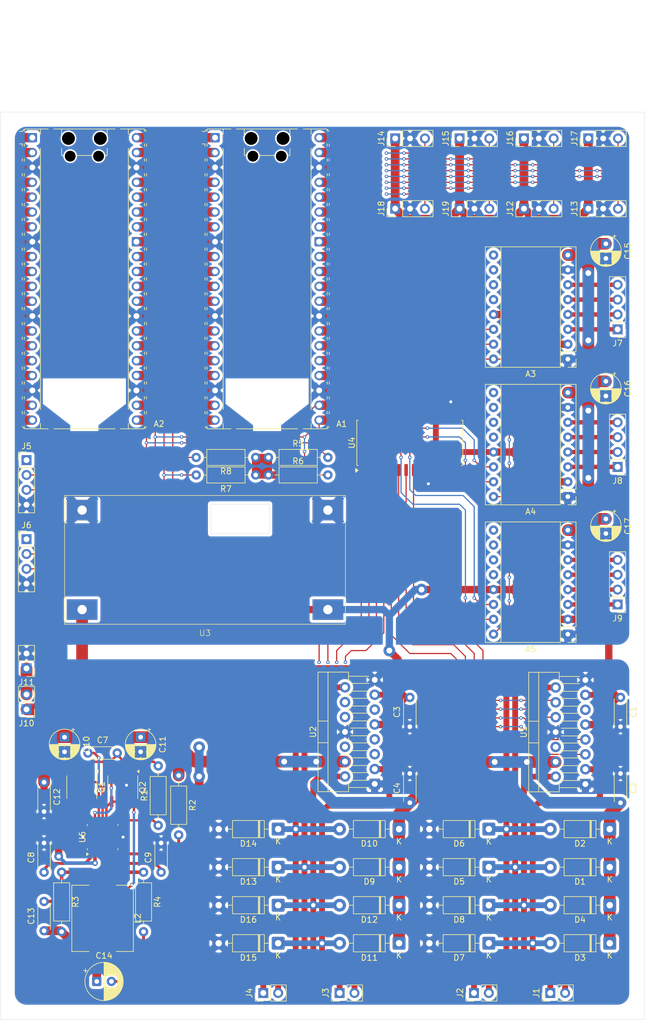
<source format=kicad_pcb>
(kicad_pcb (version 20241229) (generator "pcbnew") (generator_version "9.0")
  (layers (0 "F.Cu" signal) (2 "B.Cu" signal) (13 "F.Paste" user) (15 "B.Paste" user) (5 "F.SilkS" user "F.Silkscreen") (7 "B.SilkS" user "B.Silkscreen") (1 "F.Mask" user) (3 "B.Mask" user) (25 "Edge.Cuts" user))
  (net 0 "")
  (net 3 "I2C 0 SCL")
  (net 4 "Motor 2 Activation Pin")
  (net 5 "GNDPWR")
  (net 7 "Servo 3 PWM")
  (net 8 "Servo 8 PWM")
  (net 10 "Servo 2 PWM")
  (net 13 "+5VL")
  (net 14 "Servo 7 PWM")
  (net 16 "Servo 4 PWM")
  (net 18 "Servo 5 PWM")
  (net 20 "Motor 1 Activation Pin")
  (net 23 "Servo 1 PWM")
  (net 24 "Servo 6 PWM")
  (net 28 "Motor 3 Activation Pin")
  (net 30 "I2C 0 SDA")
  (net 33 "Motor 4 Activation Pin")
  (net 45 "I2C 1 SCL")
  (net 53 "I2C 1 SDA")
  (net 68 "Net-(A3-1A)")
  (net 69 "Net-(A3-1B)")
  (net 70 "Stepper 3 Sleep")
  (net 71 "Net-(A3-2A)")
  (net 72 "Steppers Dir")
  (net 73 "Stepper 3 Step")
  (net 74 "+12V")
  (net 75 "Net-(A3-2B)")
  (net 78 "Net-(A4-1B)")
  (net 80 "Stepper 1 Sleep")
  (net 81 "Net-(A4-2A)")
  (net 82 "Net-(A4-1A)")
  (net 85 "Net-(A4-2B)")
  (net 86 "Stepper 1 Step")
  (net 89 "Stepper 2 Sleep")
  (net 90 "Net-(A5-1B)")
  (net 91 "Net-(A5-1A)")
  (net 92 "Net-(A5-2A)")
  (net 93 "Stepper 2 Step")
  (net 96 "Net-(A5-2B)")
  (net 97 "Net-(U6-SW)")
  (net 98 "Net-(U6-BST)")
  (net 99 "Net-(U6-VCC)")
  (net 100 "Net-(U6-SS)")
  (net 101 "Net-(U6-FB)")
  (net 102 "+5VP")
  (net 103 "Net-(C14-Pad2)")
  (net 104 "Net-(D1-A)")
  (net 105 "Net-(D2-A)")
  (net 106 "Net-(D3-A)")
  (net 107 "Net-(D4-A)")
  (net 108 "Net-(D13-K)")
  (net 109 "Net-(D10-A)")
  (net 110 "Net-(D11-A)")
  (net 111 "Net-(D12-A)")
  (net 112 "Net-(J10-Pin_2)")
  (net 113 "Net-(Q1-G)")
  (net 114 "Net-(Q2-G)")
  (net 115 "Net-(U6-ILIM)")
  (net 116 "Net-(U6-RON)")
  (net 117 "Motor 1 Direction Pin 2")
  (net 118 "Motor 1 Direction Pin 1")
  (net 119 "Motor 2 Direction Pin 2")
  (net 120 "Motor 2 Direction Pin 1")
  (net 121 "Motor 4 Direction Pin 2")
  (net 122 "Motor 3 Direction Pin 1")
  (net 123 "Motor 3 Direction Pin 2")
  (net 124 "Motor 4 Direction Pin 1")
  (footprint "Connector_PinHeader_2.54mm:PinHeader_1x02_P2.54mm_Vertical" (layer "F.Cu") (at 235.5 218 90)
    (property "Reference" "J3")
    (property "Value" "Motor 2 Conn")
  )
  (footprint "Inductor_SMD:L_APV_APH1040" (layer "F.Cu") (at 195 205.25 -90)
    (property "Reference" "L2")
    (property "Value" "1.8uH")
  )
  (footprint "Capacitor_THT:C_Disc_D4.3mm_W1.9mm_P5.00mm" (layer "F.Cu") (at 185 197.3625 90)
    (property "Reference" "C8")
    (property "Value" "2.2uF")
  )
  (footprint "Module:Pololu_Breakout-16_15.2x20.3mm" (layer "F.Cu") (at 274.5 109.7 180)
    (property "Reference" "A3")
    (property "Value" "Pololu_Breakout_A4988")
  )
  (footprint "Package_SO:SOIC-8_3.9x4.9mm_P1.27mm" (layer "F.Cu") (at 198.45 182.8375 -90)
    (property "Reference" "Q2")
    (property "Value" "IRF8714PBF")
  )
  (footprint "Resistor_THT:R_Axial_DIN0207_L6.3mm_D2.5mm_P10.16mm_Horizontal" (layer "F.Cu") (at 208 180.84 -90)
    (property "Reference" "R2")
    (property "Value" "82.5kΩ")
  )
  (footprint "Diode_THT:D_DO-41_SOD81_P10.16mm_Horizontal" (layer "F.Cu") (at 281.66 209.5 180)
    (property "Reference" "D3")
    (property "Value" "1N4007")
  )
  (footprint "Connector_PinHeader_2.54mm:PinHeader_1x03_P2.54mm_Vertical" (layer "F.Cu") (at 267 84 90)
    (property "Reference" "J12")
    (property "Value" "Servo 4 Conn")
  )
  (footprint "Diode_THT:D_DO-41_SOD81_P10.16mm_Horizontal" (layer "F.Cu") (at 261 196.5 180)
    (property "Reference" "D5")
    (property "Value" "1N4007")
  )
  (footprint "Connector_PinHeader_2.54mm:PinHeader_1x04_P2.54mm_Vertical" (layer "F.Cu") (at 283 151.62 180)
    (property "Reference" "J9")
    (property "Value" "Stepper 3 Conn")
  )
  (footprint "Diode_THT:D_DO-41_SOD81_P10.16mm_Horizontal" (layer "F.Cu") (at 225 209.5 180)
    (property "Reference" "D15")
    (property "Value" "1N4007")
  )
  (footprint "Connector_PinHeader_2.54mm:PinHeader_1x04_P2.54mm_Vertical" (layer "F.Cu") (at 182 140.46)
    (property "Reference" "J6")
    (property "Value" "I2C 1 Conn")
  )
  (footprint "Module:RaspberryPi_Pico_Common_Unspecified" (layer "F.Cu") (at 191.89 96)
    (property "Reference" "A2")
    (property "Value" "RaspberryPi_Pico_W")
  )
  (footprint "Connector_PinHeader_2.54mm:PinHeader_1x03_P2.54mm_Vertical" (layer "F.Cu") (at 278 84 90)
    (property "Reference" "J13")
    (property "Value" "Servo 1 Conn")
  )
  (footprint "Capacitor_THT:C_Disc_D4.3mm_W1.9mm_P5.00mm" (layer "F.Cu") (at 185 207.3625 90)
    (property "Reference" "C13")
    (property "Value" "120pF")
  )
  (footprint "Package_SO:HTSSOP-14-1EP_4.4x5mm_P0.65mm_EP3.4x5mm_Mask3x3.1mm" (layer "F.Cu") (at 195 191.3625 90)
    (property "Reference" "U6")
    (property "Value" "LM3150MH")
  )
  (footprint "Module:Pololu_Breakout-16_15.2x20.3mm" (layer "F.Cu") (at 274.5 133.2 180)
    (property "Reference" "A4")
    (property "Value" "Pololu_Breakout_A4988")
  )
  (footprint "Connector_PinHeader_2.54mm:PinHeader_1x03_P2.54mm_Vertical" (layer "F.Cu") (at 245 72 90)
    (property "Reference" "J14")
    (property "Value" "Servo 2 Conn")
  )
  (footprint "Connector_PinHeader_2.54mm:PinHeader_1x02_P2.54mm_Vertical" (layer "F.Cu") (at 258.46 218 90)
    (property "Reference" "J2")
    (property "Value" "Motor 1 Conn")
  )
  (footprint "Connector_PinHeader_2.54mm:PinHeader_1x02_P2.54mm_Vertical" (layer "F.Cu") (at 271.5 218 90)
    (property "Reference" "J1")
    (property "Value" "Motor 0 Conn")
  )
  (footprint "Capacitor_THT:C_Disc_D4.3mm_W1.9mm_P5.00mm" (layer "F.Cu") (at 283.5 180.5 -90)
    (property "Reference" "C2")
    (property "Value" "100nF")
  )
  (footprint "Diode_THT:D_DO-41_SOD81_P10.16mm_Horizontal" (layer "F.Cu") (at 261 203 180)
    (property "Reference" "D8")
    (property "Value" "1N4007")
  )
  (footprint "Capacitor_THT:CP_Radial_D5.0mm_P2.50mm" (layer "F.Cu") (at 281 137 -90)
    (property "Reference" "C17")
    (property "Value" "100uF")
  )
  (footprint "Capacitor_THT:CP_Radial_D5.0mm_P2.50mm" (layer "F.Cu") (at 281 113.5 -90)
    (property "Reference" "C16")
    (property "Value" "100uF")
  )
  (footprint "Diode_THT:D_DO-41_SOD81_P10.16mm_Horizontal" (layer "F.Cu") (at 245.66 203 180)
    (property "Reference" "D12")
    (property "Value" "1N4007")
  )
  (footprint "Diode_THT:D_DO-41_SOD81_P10.16mm_Horizontal" (layer "F.Cu") (at 261 209.5 180)
    (property "Reference" "D7")
    (property "Value" "1N4007")
  )
  (footprint "LM2596S-Module:LM2596S-Module" (layer "F.Cu") (at 212.5 144)
    (property "Reference" "U3")
    (property "Value" "~")
    (fp_rect (start 1 -9.5) (end 11 -4.5) (stroke (width 0.05)) (fill no) (layer "Edge.Cuts"))
  )
  (footprint "Diode_THT:D_DO-41_SOD81_P10.16mm_Horizontal" (layer "F.Cu") (at 281.66 190 180)
    (property "Reference" "D2")
    (property "Value" "1N4007")
  )
  (footprint "Package_SO:SOIC-8_3.9x4.9mm_P1.27mm" (layer "F.Cu") (at 191.45 182.8375 -90)
    (property "Reference" "Q1")
    (property "Value" "IRF8714PBF")
  )
  (footprint "Capacitor_THT:CP_Radial_D5.0mm_P2.50mm" (layer "F.Cu") (at 281 90 -90)
    (property "Reference" "C15")
    (property "Value" "100uF")
  )
  (footprint "Connector_PinHeader_2.54mm:PinHeader_1x03_P2.54mm_Vertical" (layer "F.Cu") (at 245 84 90)
    (property "Reference" "J18")
    (property "Value" "Servo 7 Conn")
  )
  (footprint "Connector_PinHeader_2.54mm:PinHeader_1x03_P2.54mm_Vertical" (layer "F.Cu") (at 267 72 90)
    (property "Reference" "J16")
    (property "Value" "Servo 5 Conn")
  )
  (footprint "Capacitor_THT:CP_Radial_D5.0mm_P2.50mm" (layer "F.Cu") (at 201.5 174.294888 -90)
    (property "Reference" "C11")
    (property "Value" "10uF")
  )
  (footprint "Capacitor_THT:C_Disc_D4.3mm_W1.9mm_P5.00mm" (layer "F.Cu") (at 247.5 172.5 90)
    (property "Reference" "C3")
    (property "Value" "100nF")
  )
  (footprint "Module:RaspberryPi_Pico_Common_Unspecified" (layer "F.Cu") (at 223.11 96)
    (property "Reference" "A1")
    (property "Value" "RaspberryPi_Pico")
  )
  (footprint "Diode_THT:D_DO-41_SOD81_P10.16mm_Horizontal" (layer "F.Cu") (at 245.66 190 180)
    (property "Reference" "D10")
    (property "Value" "1N4007")
  )
  (footprint "Connector_PinHeader_2.54mm:PinHeader_1x03_P2.54mm_Vertical" (layer "F.Cu") (at 256 72 90)
    (property "Reference" "J15")
    (property "Value" "Servo 3 Conn")
  )
  (footprint "Resistor_THT:R_Axial_DIN0207_L6.3mm_D2.5mm_P10.16mm_Horizontal" (layer "F.Cu") (at 223.34 126.5)
    (property "Reference" "R5")
    (property "Value" "4.7kΩ")
  )
  (footprint "Connector_PinHeader_2.54mm:PinHeader_1x02_P2.54mm_Vertical" (layer "F.Cu") (at 182 162.54 180)
    (property "Reference" "J11")
    (property "Value" "BAU")
  )
  (footprint "Diode_THT:D_DO-41_SOD81_P10.16mm_Horizontal" (layer "F.Cu") (at 225 203 180)
    (property "Reference" "D16")
    (property "Value" "1N4007")
  )
  (footprint "Capacitor_THT:C_Disc_D4.3mm_W1.9mm_P5.00mm" (layer "F.Cu") (at 185 182 -90)
    (property "Reference" "C12")
    (property "Value" "100nF")
  )
  (footprint "Capacitor_THT:C_Disc_D4.3mm_W1.9mm_P5.00mm" (layer "F.Cu") (at 283.5 167.5 -90)
    (property "Reference" "C1")
    (property "Value" "100nF")
  )
  (footprint "Package_SO:SOIC-28W_7.5x17.9mm_P1.27mm" (layer "F.Cu") (at 247.5 124 90)
    (property "Reference" "U4")
    (property "Value" "MCP23017_SO")
  )
  (footprint "Diode_THT:D_DO-41_SOD81_P10.16mm_Horizontal" (layer "F.Cu") (at 281.66 203 180)
    (property "Reference" "D4")
    (property "Value" "1N4007")
  )
  (footprint "Module:Pololu_Breakout-16_15.2x20.3mm" (layer "F.Cu") (at 274.5 156.7 180)
    (property "Reference" "A5")
    (property "Value" "Pololu_Breakout_A4988")
  )
  (footprint "Connector_PinHeader_2.54mm:PinHeader_1x03_P2.54mm_Vertical" (layer "F.Cu") (at 278 72 90)
    (property "Reference" "J17")
    (property "Value" "Servo 6 Conn")
  )
  (footprint "Capacitor_THT:C_Disc_D4.3mm_W1.9mm_P5.00mm" (layer "F.Cu") (at 192.5 177)
    (property "Reference" "C7")
    (property "Value" "470nF")
  )
  (footprint "Diode_THT:D_DO-41_SOD81_P10.16mm_Horizontal" (layer "F.Cu") (at 281.66 196.5 180)
    (property "Reference" "D1")
    (property "Value" "1N4007")
  )
  (footprint "Resistor_THT:R_Axial_DIN0207_L6.3mm_D2.5mm_P10.16mm_Horizontal" (layer "F.Cu") (at 223.34 129.5)
    (property "Reference" "R6")
    (property "Value" "4.7kΩ")
  )
  (footprint "Diode_THT:D_DO-41_SOD81_P10.16mm_Horizontal" (layer "F.Cu") (at 245.66 196.5 180)
    (property "Reference" "D9")
    (property "Value" "1N4007")
  )
  (footprint "Resistor_THT:R_Axial_DIN0207_L6.3mm_D2.5mm_P10.16mm_Horizontal" (layer "F.Cu") (at 221.16 129.5 180)
    (property "Reference" "R7")
    (property "Value" "4.7kΩ")
  )
  (footprint "Resistor_THT:R_Axial_DIN0207_L6.3mm_D2.5mm_P10.16mm_Horizontal" (layer "F.Cu") (at 202 197.3625 -90)
    (property "Reference" "R4")
    (property "Value" "10kΩ")
  )
  (footprint "Capacitor_THT:CP_Radial_D6.3mm_P2.50mm" (layer "F.Cu") (at 194 216.0225)
    (property "Reference" "C14")
    (property "Value" "120uF")
  )
  (footprint "Package_TO_SOT_THT:TO-220-15_P2.54x5.08mm_StaggerOdd_Lead4.58mm_Vertical" (layer "F.Cu") (at 277.5 182.31 90)
    (property "Reference" "U1")
    (property "Value" "L298HN")
  )
  (footprint "Capacitor_THT:C_Disc_D4.3mm_W1.9mm_P5.00mm" (layer "F.Cu") (at 247.5 185.5 90)
    (property "Reference" "C4")
    (property "Value" "100nF")
  )
  (footprint "Resistor_THT:R_Axial_DIN0207_L6.3mm_D2.5mm_P10.16mm_Horizontal" (layer "F.Cu") (at 188 197.3625 -90)
    (property "Reference" "R3")
    (property "Value" "73.2kΩ")
  )
  (footprint "Capacitor_THT:C_Disc_D4.3mm_W1.9mm_P5.00mm" (layer "F.Cu") (at 205 197.3625 90)
    (property "Reference" "C9")
    (property "Value" "15nF")
  )
  (footprint "Connector_PinHeader_2.54mm:PinHeader_1x04_P2.54mm_Vertical" (layer "F.Cu") (at 182 126.96)
    (property "Reference" "J5")
    (property "Value" "I2C 0 Conn")
  )
  (footprint "Diode_THT:D_DO-41_SOD81_P10.16mm_Horizontal" (layer "F.Cu") (at 245.66 209.5 180)
    (property "Reference" "D11")
    (property "Value" "1N4007")
  )
  (footprint "Resistor_THT:R_Axial_DIN0207_L6.3mm_D2.5mm_P10.16mm_Horizontal" (layer "F.Cu") (at 221.16 126.5 180)
    (property "Reference" "R8")
    (property "Value" "4.7kΩ")
  )
  (footprint "Connector_PinHeader_2.54mm:PinHeader_1x03_P2.54mm_Vertical" (layer "F.Cu") (at 256 84 90)
    (property "Reference" "J19")
    (property "Value" "Servo 8 Conn")
  )
  (footprint "Package_TO_SOT_THT:TO-220-15_P2.54x5.08mm_StaggerOdd_Lead4.58mm_Vertical" (layer "F.Cu") (at 241.5 182.28 90)
    (property "Reference" "U2")
    (property "Value" "L298HN")
  )
  (footprint "Diode_THT:D_DO-41_SOD81_P10.16mm_Horizontal" (layer "F.Cu") (at 261 190 180)
    (property "Reference" "D6")
    (property "Value" "1N4007")
  )
  (footprint "Connector_PinHeader_2.54mm:PinHeader_1x04_P2.54mm_Vertical" (layer "F.Cu") (at 283 128.12 180)
    (property "Reference" "J8")
    (property "Value" "Stepper 2 Conn")
  )
  (footprint "Diode_THT:D_DO-41_SOD81_P10.16mm_Horizontal" (layer "F.Cu") (at 225 190 180)
    (property "Reference" "D14")
    (property "Value" "1N4007")
  )
  (footprint "Connector_PinHeader_2.54mm:PinHeader_1x02_P2.54mm_Vertical" (layer "F.Cu") (at 222.46 218 90)
    (property "Reference" "J4")
    (property "Value" "Motor 3 Conn")
  )
  (footprint "Connector_PinHeader_2.54mm:PinHeader_1x04_P2.54mm_Vertical" (layer "F.Cu") (at 283 104.62 180)
    (property "Reference" "J7")
    (property "Value" "Stepper 1 Conn")
  )
  (footprint "Capacitor_THT:CP_Radial_D5.0mm_P2.50mm" (layer "F.Cu") (at 188.5 174.294888 -90)
    (property "Reference" "C10")
    (property "Value" "10uF")
  )
  (footprint "Diode_THT:D_DO-41_SOD81_P10.16mm_Horizontal" (layer "F.Cu") (at 225 196.5 180)
    (property "Reference" "D13")
    (property "Value" "1N4007")
  )
  (footprint "Resistor_THT:R_Axial_DIN0207_L6.3mm_D2.5mm_P10.16mm_Horizontal" (layer "F.Cu") (at 204.5 189.3625 90)
    (property "Reference" "R1")
    (property "Value" "665Ω")
  )
  (footprint "Connector_PinHeader_2.54mm:PinHeader_1x02_P2.54mm_Vertical" (layer "F.Cu") (at 182 169.54 180)
    (property "Reference" "J10")
    (property "Value" "12V Battery")
  )
  (gr_rect (start 177.58 67.5) (end 287.58 222.5) (stroke (width 0.05)) (fill no) (layer "Edge.Cuts"))
  (segment (start 204 131) (end 202.96 132.04) (width 0.2) (layer "F.Cu") (net 3))
  (segment (start 253.215 128.65) (end 253.215 126.58) (width 0.2) (layer "F.Cu") (net 3))
  (segment (start 231.41 117.59) (end 232 117.59) (width 0.2) (layer "F.Cu") (net 3))
  (segment (start 230.5 122) (end 229.5 123) (width 0.2) (layer "F.Cu") (net 3))
  (segment (start 230.5 122) (end 230.5 118.5) (width 0.2) (layer "F.Cu") (net 3))
  (segment (start 229.5 125.5) (end 229.5 128.5) (width 0.2) (layer "F.Cu") (net 3))
  (segment (start 230.5 118.5) (end 231.41 117.59) (width 0.2) (layer "F.Cu") (net 3))
  (segment (start 202.96 132.04) (end 182 132.04) (width 0.2) (layer "F.Cu") (net 3))
  (segment (start 229.5 123) (end 208.5 123) (width 0.2) (layer "F.Cu") (net 3))
  (segment (start 229.5 128.5) (end 230.5 129.5) (width 0.2) (layer "F.Cu") (net 3))
  (segment (start 204 123) (end 204 131) (width 0.2) (layer "F.Cu") (net 3))
  (segment (start 204 123) (end 204 119) (width 0.2) (layer "F.Cu") (net 3))
  (segment (start 204 119) (end 202.59 117.59) (width 0.2) (layer "F.Cu") (net 3))
  (segment (start 230.5 129.5) (end 233.5 129.5) (width 0.2) (layer "F.Cu") (net 3))
  (segment (start 202.59 117.59) (end 200.78 117.59) (width 0.2) (layer "F.Cu") (net 3))
  (via (at 208.5 123) (size 0.6) (drill 0.3) (layers "F.Cu" "B.Cu") (net 3))
  (via (at 204 123) (size 0.6) (drill 0.3) (layers "F.Cu" "B.Cu") (net 3))
  (via (at 229.5 123) (size 0.6) (drill 0.3) (layers "F.Cu" "B.Cu") (net 3))
  (via (at 229.5 125.5) (size 0.6) (drill 0.3) (layers "F.Cu" "B.Cu") (net 3))
  (segment (start 204 123) (end 208.5 123) (width 0.2) (layer "B.Cu") (net 3))
  (segment (start 229.5 125.5) (end 229.5 123) (width 0.2) (layer "B.Cu") (net 3))
  (segment (start 195.65 192.0125) (end 195 191.3625) (width 0.5) (layer "F.Cu") (net 5))
  (segment (start 199.085 180.3625) (end 197.815 180.3625) (width 0.6) (layer "F.Cu") (net 5))
  (segment (start 196.3 190.0625) (end 195 191.3625) (width 0.5) (layer "F.Cu") (net 5))
  (segment (start 195 191.3625) (end 194.3625 191.3625) (width 0.5) (layer "F.Cu") (net 5))
  (segment (start 193.05 190.05) (end 193.05 188.5) (width 0.6) (layer "F.Cu") (net 5))
  (segment (start 254.485 117.015) (end 254.5 117) (width 0.6) (layer "F.Cu") (net 5))
  (segment (start 195 191.3625) (end 191.6375 191.3625) (width 0.6) (layer "F.Cu") (net 5))
  (segment (start 196.3 188.5) (end 196.3 190.0625) (width 0.6) (layer "F.Cu") (net 5))
  (segment (start 200.355 180.3625) (end 199.085 180.3625) (width 0.6) (layer "F.Cu") (net 5))
  (segment (start 250.675 128.65) (end 250.675 131) (width 1) (layer "F.Cu") (net 5))
  (segment (start 195.65 194.225) (end 195.65 192.0125) (width 0.6) (layer "F.Cu") (net 5))
  (segment (start 254.485 119.35) (end 253.215 119.35) (width 0.6) (layer "F.Cu") (net 5))
  (segment (start 255.755 119.35) (end 254.485 119.35) (width 0.6) (layer "F.Cu") (net 5))
  (segment (start 195 191.3625) (end 198.5 191.3625) (width 0.6) (layer "F.Cu") (net 5))
  (segment (start 194.3625 191.3625) (end 193.05 190.05) (width 0.5) (layer "F.Cu") (net 5))
  (segment (start 254.485 119.35) (end 254.485 117.015) (width 0.6) (layer "F.Cu") (net 5))
  (segment (start 199.085 182.5) (end 199.085 180.3625) (width 0.6) (layer "F.Cu") (net 5))
  (via (at 198.5 191.3625) (size 1) (drill 0.5) (layers "F.Cu" "B.Cu") (net 5))
  (via (at 191.6375 191.3625) (size 1) (drill 0.5) (layers "F.Cu" "B.Cu") (net 5))
  (via (at 199.085 182.5) (size 1) (drill 0.5) (layers "F.Cu" "B.Cu") (net 5))
  (via (at 254.5 117) (size 1) (drill 0.5) (layers "F.Cu" "B.Cu") (net 5))
  (via (at 250.675 131) (size 1) (drill 0.5) (layers "F.Cu" "B.Cu") (net 5))
  (segment (start 260.08 75.5) (end 257.5 75.5) (width 0.2) (layer "F.Cu") (net 7))
  (segment (start 261.08 72) (end 261.08 74.5) (width 0.2) (layer "F.Cu") (net 7))
  (segment (start 261.08 74.5) (end 260.08 75.5) (width 0.2) (layer "F.Cu") (net 7))
  (segment (start 254.5 75.5) (end 246.5 75.5) (width 0.2) (layer "F.Cu") (net 7))
  (via (at 254.5 75.5) (size 0.6) (drill 0.3) (layers "F.Cu" "B.Cu") (net 7))
  (via (at 243.5 75.5) (size 0.6) (drill 0.3) (layers "F.Cu" "B.Cu") (net 7))
  (via (at 257.5 75.5) (size 0.6) (drill 0.3) (layers "F.Cu" "B.Cu") (net 7))
  (via (at 246.5 75.5) (size 0.6) (drill 0.3) (layers "F.Cu" "B.Cu") (net 7))
  (segment (start 246.5 75.5) (end 243.5 75.5) (width 0.2) (layer "B.Cu") (net 7))
  (segment (start 257.5 75.5) (end 254.5 75.5) (width 0.2) (layer "B.Cu") (net 7))
  (segment (start 260.08 80.5) (end 257.5 80.5) (width 0.2) (layer "F.Cu") (net 8))
  (segment (start 261.08 84) (end 261.08 81.5) (width 0.2) (layer "F.Cu") (net 8))
  (segment (start 261.08 81.5) (end 260.08 80.5) (width 0.2) (layer "F.Cu") (net 8))
  (segment (start 254.5 80.5) (end 246.5 80.5) (width 0.2) (layer "F.Cu") (net 8))
  (via (at 246.5 80.5) (size 0.6) (drill 0.3) (layers "F.Cu" "B.Cu") (net 8))
  (via (at 257.5 80.5) (size 0.6) (drill 0.3) (layers "F.Cu" "B.Cu") (net 8))
  (via (at 243.5 80.5) (size 0.6) (drill 0.3) (layers "F.Cu" "B.Cu") (net 8))
  (via (at 254.5 80.5) (size 0.6) (drill 0.3) (layers "F.Cu" "B.Cu") (net 8))
  (segment (start 257.5 80.5) (end 254.5 80.5) (width 0.2) (layer "B.Cu") (net 8))
  (segment (start 246.5 80.5) (end 243.5 80.5) (width 0.2) (layer "B.Cu") (net 8))
  (segment (start 250.08 72) (end 250.08 73.5) (width 0.2) (layer "F.Cu") (net 10))
  (segment (start 250.08 73.5) (end 249.08 74.5) (width 0.2) (layer "F.Cu") (net 10))
  (segment (start 249.08 74.5) (end 246.5 74.5) (width 0.2) (layer "F.Cu") (net 10))
  (via (at 243.5 74.5) (size 0.6) (drill 0.3) (layers "F.Cu" "B.Cu") (net 10))
  (via (at 246.5 74.5) (size 0.6) (drill 0.3) (layers "F.Cu" "B.Cu") (net 10))
  (segment (start 246.5 74.5) (end 243.5 74.5) (width 0.2) (layer "B.Cu") (net 10))
  (segment (start 221.16 126.5) (end 223.34 126.5) (width 1.25) (layer "F.Cu") (net 13))
  (segment (start 227 130.5) (end 227 151.5) (width 1.25) (layer "F.Cu") (net 13))
  (segment (start 245.5 166.28) (end 246.72 167.5) (width 1.25) (layer "F.Cu") (net 13))
  (segment (start 221.16 127.32) (end 223.34 129.5) (width 1.25) (layer "F.Cu") (net 13))
  (segment (start 265.08 149.08) (end 270.16 144) (width 1.25) (layer "F.Cu") (net 13))
  (segment (start 274.5 130.66) (end 270.16 130.66) (width 1.25) (layer "F.Cu") (net 13))
  (segment (start 245.5 171) (end 244.38 172.12) (width 1.25) (layer "F.Cu") (net 13))
  (segment (start 270.16 154.16) (end 265.08 149.08) (width 1.25) (layer "F.Cu") (net 13))
  (segment (start 244.38 172.12) (end 241.5 172.12) (width 1.25) (layer "F.Cu") (net 13))
  (segment (start 280.2 172.15) (end 281.5 170.85) (width 1.25) (layer "F.Cu") (net 13))
  (segment (start 227 151.5) (end 228 152.5) (width 1.25) (layer "F.Cu") (net 13))
  (segment (start 251.945 119.35) (end 251.945 125.58) (width 1) (layer "F.Cu") (net 13))
  (segment (start 261.8 102.08) (end 265.08 102.08) (width 1.25) (layer "F.Cu") (net 13))
  (segment (start 221.16 129.5) (end 221.16 128.68) (width 1.25) (layer "F.Cu") (net 13))
  (segment (start 250.515 125.58) (end 249.405 126.69) (width 1) (layer "F.Cu") (net 13))
  (segment (start 283 167.5) (end 283.5 167.5) (width 1.25) (layer "F.Cu") (net 13))
  (segment (start 270.16 120.5) (end 265.08 125.58) (width 1.25) (layer "F.Cu") (net 13))
  (segment (start 270.16 130.66) (end 265.08 125.58) (width 1.25) (layer "F.Cu") (net 13))
  (segment (start 252 125.58) (end 250.515 125.58) (width 1) (layer "F.Cu") (net 13))
  (segment (start 265.08 149.08) (end 261.8 149.08) (width 1.25) (layer "F.Cu") (net 13))
  (segment (start 274.5 154.16) (end 280.16 154.16) (width 1.25) (layer "F.Cu") (net 13))
  (segment (start 245.5 168.72) (end 245.5 171) (width 1.25) (layer "F.Cu") (net 13))
  (segment (start 245.5 161) (end 245.5 166.28) (width 1.25) (layer "F.Cu") (net 13))
  (segment (start 226 129.5) (end 227 130.5) (width 1.25) (layer "F.Cu") (net 13))
  (segment (start 277.34 172.15) (end 280.2 172.15) (width 1.25) (layer "F.Cu") (net 13))
  (segment (start 270.16 130.66) (end 270.16 144) (width 1.25) (layer "F.Cu") (net 13))
  (segment (start 221.16 129.5) (end 223.34 129.5) (width 1.25) (layer "F.Cu") (net 13))
  (segment (start 221.16 126.5) (end 221.16 127.32) (width 1.25) (layer "F.Cu") (net 13))
  (segment (start 261.8 125.58) (end 252 125.58) (width 1) (layer "F.Cu") (net 13))
  (segment (start 281.5 166) (end 283 167.5) (width 1.25) (layer "F.Cu") (net 13))
  (segment (start 265.08 125.58) (end 261.8 125.58) (width 1.25) (layer "F.Cu") (net 13))
  (segment (start 280.16 154.16) (end 281.5 155.5) (width 1.25) (layer "F.Cu") (net 13))
  (segment (start 246.72 167.5) (end 245.5 168.72) (width 1.25) (layer "F.Cu") (net 13))
  (segment (start 270.16 107.16) (end 270.16 120.5) (width 1.25) (layer "F.Cu") (net 13))
  (segment (start 223.34 129.5) (end 226 129.5) (width 1.25) (layer "F.Cu") (net 13))
  (segment (start 270.16 107.16) (end 274.5 107.16) (width 1.25) (layer "F.Cu") (net 13))
  (segment (start 228 152.5) (end 233.5 152.5) (width 1.25) (layer "F.Cu") (net 13))
  (segment (start 261.8 149.08) (end 249.5 149.08) (width 1.25) (layer "F.Cu") (net 13))
  (segment (start 249.405 126.69) (end 249.405 128.65) (width 1) (layer "F.Cu") (net 13))
  (segment (start 223.34 126.5) (end 223.34 129.5) (width 1.25) (layer "F.Cu") (net 13))
  (segment (start 274.5 154.16) (end 270.16 154.16) (width 1.25) (layer "F.Cu") (net 13))
  (segment (start 281.5 170.85) (end 281.5 169) (width 1.25) (layer "F.Cu") (net 13))
  (segment (start 281.5 155.5) (end 281.5 166) (width 1.25) (layer "F.Cu") (net 13))
  (segment (start 221.16 128.68) (end 223.34 126.5) (width 1.25) (layer "F.Cu") (net 13))
  (segment (start 246.72 167.5) (end 247.5 167.5) (width 1.25) (layer "F.Cu") (net 13))
  (segment (start 221.16 126.5) (end 221.16 129.5) (width 1.25) (layer "F.Cu") (net 13))
  (segment (start 244 159.5) (end 245.5 161) (width 1.25) (layer "F.Cu") (net 13))
  (segment (start 265.08 102.08) (end 270.16 107.16) (width 1.25) (layer "F.Cu") (net 13))
  (segment (start 281.5 169) (end 283 167.5) (width 1.25) (layer "F.Cu") (net 13))
  (via (at 244 159.5) (size 2) (drill 1) (layers "F.Cu" "B.Cu") (net 13))
  (via (at 249.5 149.08) (size 2) (drill 1) (layers "F.Cu" "B.Cu") (net 13))
  (segment (start 244 153.5) (end 248.42 149.08) (width 1.25) (layer "B.Cu") (net 13))
  (segment (start 248.42 149.08) (end 249.5 149.08) (width 1.25) (layer "B.Cu") (net 13))
  (segment (start 243 152.5) (end 233.5 152.5) (width 1.25) (layer "B.Cu") (net 13))
  (segment (start 244 159.5) (end 244 153.5) (width 1.25) (layer "B.Cu") (net 13))
  (segment (start 244 153.5) (end 243 152.5) (width 1.25) (layer "B.Cu") (net 13))
  (segment (start 250.08 82.5) (end 249.08 81.5) (width 0.2) (layer "F.Cu") (net 14))
  (segment (start 250.08 84) (end 250.08 82.5) (width 0.2) (layer "F.Cu") (net 14))
  (segment (start 249.08 81.5) (end 246.5 81.5) (width 0.2) (layer "F.Cu") (net 14))
  (via (at 246.5 81.5) (size 0.6) (drill 0.3) (layers "F.Cu" "B.Cu") (net 14))
  (via (at 243.5 81.5) (size 0.6) (drill 0.3) (layers "F.Cu" "B.Cu") (net 14))
  (segment (start 246.5 81.5) (end 243.5 81.5) (width 0.2) (layer "B.Cu") (net 14))
  (segment (start 271.08 79.5) (end 268.5 79.5) (width 0.2) (layer "F.Cu") (net 16))
  (segment (start 265.5 79.5) (end 257.5 79.5) (width 0.2) (layer "F.Cu") (net 16))
  (segment (start 272.08 80.5) (end 271.08 79.5) (width 0.2) (layer "F.Cu") (net 16))
  (segment (start 254.5 79.5) (end 246.5 79.5) (width 0.2) (layer "F.Cu") (net 16))
  (segment (start 272.08 84) (end 272.08 80.5) (width 0.2) (layer "F.Cu") (net 16))
  (via (at 246.5 79.5) (size 0.6) (drill 0.3) (layers "F.Cu" "B.Cu") (net 16))
  (via (at 257.5 79.5) (size 0.6) (drill 0.3) (layers "F.Cu" "B.Cu") (net 16))
  (via (at 254.5 79.5) (size 0.6) (drill 0.3) (layers "F.Cu" "B.Cu") (net 16))
  (via (at 243.5 79.5) (size 0.6) (drill 0.3) (layers "F.Cu" "B.Cu") (net 16))
  (via (at 265.5 79.5) (size 0.6) (drill 0.3) (layers "F.Cu" "B.Cu") (net 16))
  (via (at 268.5 79.5) (size 0.6) (drill 0.3) (layers "F.Cu" "B.Cu") (net 16))
  (segment (start 246.5 79.5) (end 243.5 79.5) (width 0.2) (layer "B.Cu") (net 16))
  (segment (start 268.5 79.5) (end 265.5 79.5) (width 0.2) (layer "B.Cu") (net 16))
  (segment (start 257.5 79.5) (end 254.5 79.5) (width 0.2) (layer "B.Cu") (net 16))
  (segment (start 265.5 76.5) (end 257.5 76.5) (width 0.2) (layer "F.Cu") (net 18))
  (segment (start 272.08 72) (end 272.08 75.5) (width 0.2) (layer "F.Cu") (net 18))
  (segment (start 271.08 76.5) (end 268.5 76.5) (width 0.2) (layer "F.Cu") (net 18))
  (segment (start 272.08 75.5) (end 271.08 76.5) (width 0.2) (layer "F.Cu") (net 18))
  (segment (start 254.5 76.5) (end 246.5 76.5) (width 0.2) (layer "F.Cu") (net 18))
  (via (at 254.5 76.5) (size 0.6) (drill 0.3) (layers "F.Cu" "B.Cu") (net 18))
  (via (at 268.5 76.5) (size 0.6) (drill 0.3) (layers "F.Cu" "B.Cu") (net 18))
  (via (at 257.5 76.5) (size 0.6) (drill 0.3) (layers "F.Cu" "B.Cu") (net 18))
  (via (at 243.5 76.5) (size 0.6) (drill 0.3) (layers "F.Cu" "B.Cu") (net 18))
  (via (at 265.5 76.5) (size 0.6) (drill 0.3) (layers "F.Cu" "B.Cu") (net 18))
  (via (at 246.5 76.5) (size 0.6) (drill 0.3) (layers "F.Cu" "B.Cu") (net 18))
  (segment (start 246.5 76.5) (end 243.5 76.5) (width 0.2) (layer "B.Cu") (net 18))
  (segment (start 268.5 76.5) (end 265.5 76.5) (width 0.2) (layer "B.Cu") (net 18))
  (segment (start 257.5 76.5) (end 254.5 76.5) (width 0.2) (layer "B.Cu") (net 18))
  (segment (start 282 78.5) (end 279.5 78.5) (width 0.2) (layer "F.Cu") (net 23))
  (segment (start 276.5 78.5) (end 268.5 78.5) (width 0.2) (layer "F.Cu") (net 23))
  (segment (start 265.5 78.5) (end 257.5 78.5) (width 0.2) (layer "F.Cu") (net 23))
  (segment (start 254.5 78.5) (end 246.5 78.5) (width 0.2) (layer "F.Cu") (net 23))
  (segment (start 283.08 79.58) (end 282 78.5) (width 0.2) (layer "F.Cu") (net 23))
  (segment (start 283.08 84) (end 283.08 79.58) (width 0.2) (layer "F.Cu") (net 23))
  (via (at 257.5 78.5) (size 0.6) (drill 0.3) (layers "F.Cu" "B.Cu") (net 23))
  (via (at 254.5 78.5) (size 0.6) (drill 0.3) (layers "F.Cu" "B.Cu") (net 23))
  (via (at 265.5 78.5) (size 0.6) (drill 0.3) (layers "F.Cu" "B.Cu") (net 23))
  (via (at 279.5 78.5) (size 0.6) (drill 0.3) (layers "F.Cu" "B.Cu") (net 23))
  (via (at 276.5 78.5) (size 0.6) (drill 0.3) (layers "F.Cu" "B.Cu") (net 23))
  (via (at 268.5 78.5) (size 0.6) (drill 0.3) (layers "F.Cu" "B.Cu") (net 23))
  (via (at 243.5 78.5) (size 0.6) (drill 0.3) (layers "F.Cu" "B.Cu") (net 23))
  (via (at 246.5 78.5) (size 0.6) (drill 0.3) (layers "F.Cu" "B.Cu") (net 23))
  (segment (start 268.5 78.5) (end 265.5 78.5) (width 0.2) (layer "B.Cu") (net 23))
  (segment (start 246.5 78.5) (end 243.5 78.5) (width 0.2) (layer "B.Cu") (net 23))
  (segment (start 279.5 78.5) (end 276.5 78.5) (width 0.2) (layer "B.Cu") (net 23))
  (segment (start 257.5 78.5) (end 254.5 78.5) (width 0.2) (layer "B.Cu") (net 23))
  (segment (start 283.08 72) (end 283.08 76.5) (width 0.2) (layer "F.Cu") (net 24))
  (segment (start 257.5 77.5) (end 258 77.5) (width 0.2) (layer "F.Cu") (net 24))
  (segment (start 282.08 77.5) (end 279.5 77.5) (width 0.2) (layer "F.Cu") (net 24))
  (segment (start 276.5 77.5) (end 268.5 77.5) (width 0.2) (layer "F.Cu") (net 24))
  (segment (start 265.5 77.5) (end 257.5 77.5) (width 0.2) (layer "F.Cu") (net 24))
  (segment (start 254.5 77.5) (end 246.5 77.5) (width 0.2) (layer "F.Cu") (net 24))
  (segment (start 283.08 76.5) (end 282.08 77.5) (width 0.2) (layer "F.Cu") (net 24))
  (via (at 268.5 77.5) (size 0.6) (drill 0.3) (layers "F.Cu" "B.Cu") (net 24))
  (via (at 276.5 77.5) (size 0.6) (drill 0.3) (layers "F.Cu" "B.Cu") (net 24))
  (via (at 279.5 77.5) (size 0.6) (drill 0.3) (layers "F.Cu" "B.Cu") (net 24))
  (via (at 243.5 77.5) (size 0.6) (drill 0.3) (layers "F.Cu" "B.Cu") (net 24))
  (via (at 257.5 77.5) (size 0.6) (drill 0.3) (layers "F.Cu" "B.Cu") (net 24))
  (via (at 254.5 77.5) (size 0.6) (drill 0.3) (layers "F.Cu" "B.Cu") (net 24))
  (via (at 265.5 77.5) (size 0.6) (drill 0.3) (layers "F.Cu" "B.Cu") (net 24))
  (via (at 246.5 77.5) (size 0.6) (drill 0.3) (layers "F.Cu" "B.Cu") (net 24))
  (segment (start 246.5 77.5) (end 243.5 77.5) (width 0.2) (layer "B.Cu") (net 24))
  (segment (start 257.5 77.5) (end 254.5 77.5) (width 0.2) (layer "B.Cu") (net 24))
  (segment (start 279.5 77.5) (end 276.5 77.5) (width 0.2) (layer "B.Cu") (net 24))
  (segment (start 268.5 77.5) (end 265.5 77.5) (width 0.2) (layer "B.Cu") (net 24))
  (segment (start 202.5 128.5) (end 201.5 129.5) (width 0.2) (layer "F.Cu") (net 30))
  (segment (start 254.485 128.65) (end 254.485 126.58) (width 0.2) (layer "F.Cu") (net 30))
  (segment (start 201.5 129.5) (end 182 129.5) (width 0.2) (layer "F.Cu") (net 30))
  (segment (start 208.5 124) (end 231 124) (width 0.2) (layer "F.Cu") (net 30))
  (segment (start 232 123) (end 232 120.13) (width 0.2) (layer "F.Cu") (net 30))
  (segment (start 233.5 126.5) (end 231 124) (width 0.2) (layer "F.Cu") (net 30))
  (segment (start 202.5 120.13) (end 201.58 120.13) (width 0.2) (layer "F.Cu") (net 30))
  (segment (start 202.5 124) (end 202.5 120.13) (width 0.2) (layer "F.Cu") (net 30))
  (segment (start 231 124) (end 232 123) (width 0.2) (layer "F.Cu") (net 30))
  (segment (start 202.5 124) (end 202.5 128.5) (width 0.2) (layer "F.Cu") (net 30))
  (segment (start 200.5 120.41) (end 200.78 120.13) (width 0.2) (layer "F.Cu") (net 30))
  (via (at 208.5 124) (size 0.6) (drill 0.3) (layers "F.Cu" "B.Cu") (net 30))
  (via (at 202.5 124) (size 0.6) (drill 0.3) (layers "F.Cu" "B.Cu") (net 30))
  (segment (start 202.5 124) (end 208.5 124) (width 0.2) (layer "B.Cu") (net 30))
  (segment (start 207 111) (end 205.97 109.97) (width 0.2) (layer "F.Cu") (net 45))
  (segment (start 205.96 145.54) (end 207 144.5) (width 0.2) (layer "F.Cu") (net 45))
  (segment (start 207 144.5) (end 207 126.5) (width 0.2) (layer "F.Cu") (net 45))
  (segment (start 182 145.54) (end 205.96 145.54) (width 0.2) (layer "F.Cu") (net 45))
  (segment (start 207 126.5) (end 207 111) (width 0.2) (layer "F.Cu") (net 45))
  (segment (start 211 126.5) (end 207 126.5) (width 0.2) (layer "F.Cu") (net 45))
  (segment (start 205.97 109.97) (end 200.78 109.97) (width 0.2) (layer "F.Cu") (net 45))
  (segment (start 204.5 143) (end 205.5 142) (width 0.2) (layer "F.Cu") (net 53))
  (segment (start 205.5 113.5) (end 204.51 112.51) (width 0.2) (layer "F.Cu") (net 53))
  (segment (start 205.5 142) (end 205.5 129.5) (width 0.2) (layer "F.Cu") (net 53))
  (segment (start 204.51 112.51) (end 200.78 112.51) (width 0.2) (layer "F.Cu") (net 53))
  (segment (start 211 129.5) (end 208.5 129.5) (width 0.2) (layer "F.Cu") (net 53))
  (segment (start 182 143) (end 204.5 143) (width 0.2) (layer "F.Cu") (net 53))
  (segment (start 205.5 129.5) (end 205.5 113.5) (width 0.2) (layer "F.Cu") (net 53))
  (via (at 205.5 129.5) (size 0.6) (drill 0.3) (layers "F.Cu" "B.Cu") (net 53))
  (via (at 208.5 129.5) (size 0.6) (drill 0.3) (layers "F.Cu" "B.Cu") (net 53))
  (segment (start 208.5 129.5) (end 205.5 129.5) (width 0.2) (layer "B.Cu") (net 53))
  (segment (start 274.34 102.08) (end 283 102.08) (width 0.75) (layer "F.Cu") (net 68))
  (segment (start 283 104.62) (end 274.34 104.62) (width 0.75) (layer "F.Cu") (net 69))
  (segment (start 244.325 119.35) (end 244.325 122.325) (width 0.2) (layer "F.Cu") (net 70))
  (segment (start 244.325 122.325) (end 247.5 125.5) (width 0.2) (layer "F.Cu") (net 70))
  (segment (start 247.5 125.5) (end 247.5 126.5) (width 0.2) (layer "F.Cu") (net 70))
  (segment (start 259.62 151.62) (end 258.5 150.5) (width 0.2) (layer "F.Cu") (net 70))
  (segment (start 261.8 151.62) (end 259.62 151.62) (width 0.2) (layer "F.Cu") (net 70))
  (via (at 258.5 150.5) (size 0.6) (drill 0.3) (layers "F.Cu" "B.Cu") (net 70))
  (via (at 247.5 126.5) (size 0.6) (drill 0.3) (layers "F.Cu" "B.Cu") (net 70))
  (segment (start 247.5 126.5) (end 247.5 132) (width 0.2) (layer "B.Cu") (net 70))
  (segment (start 247.5 132) (end 248.5 133) (width 0.2) (layer "B.Cu") (net 70))
  (segment (start 256.590096 133) (end 258.5 134.909904) (width 0.2) (layer "B.Cu") (net 70))
  (segment (start 248.5 133) (end 256.590096 133) (width 0.2) (layer "B.Cu") (net 70))
  (segment (start 258.5 134.909904) (end 258.5 150.5) (width 0.2) (layer "B.Cu") (net 70))
  (segment (start 283 99.54) (end 274.34 99.54) (width 0.75) (layer "F.Cu") (net 71))
  (segment (start 263.2 109.7) (end 264.5 111) (width 0.2) (layer "F.Cu") (net 72))
  (segment (start 264.5 134.4) (end 264.5 147) (width 0.2) (layer "F.Cu") (net 72))
  (segment (start 261.8 109.7) (end 263.2 109.7) (width 0.2) (layer "F.Cu") (net 72))
  (segment (start 264.5 132) (end 264.5 127.5) (width 0.2) (layer "F.Cu") (net 72))
  (segment (start 263.3 133.2) (end 264.5 134.4) (width 0.2) (layer "F.Cu") (net 72))
  (segment (start 248.135 119.35) (end 248.135 110.865) (width 0.2) (layer "F.Cu") (net 72))
  (segment (start 248.135 110.865) (end 249.3 109.7) (width 0.2) (layer "F.Cu") (net 72))
  (segment (start 261.8 156.7) (end 264.5 154) (width 0.2) (layer "F.Cu") (net 72))
  (segment (start 264.5 154) (end 264.5 151) (width 0.2) (layer "F.Cu") (net 72))
  (segment (start 261.8 133.2) (end 263.3 133.2) (width 0.2) (layer "F.Cu") (net 72))
  (segment (start 264.5 111) (end 264.5 123.5) (width 0.2) (layer "F.Cu") (net 72))
  (segment (start 263.3 133.2) (end 264.5 132) (width 0.2) (layer "F.Cu") (net 72))
  (segment (start 249.3 109.7) (end 261.8 109.7) (width 0.2) (layer "F.Cu") (net 72))
  (via (at 264.5 147) (size 0.6) (drill 0.3) (layers "F.Cu" "B.Cu") (net 72))
  (via (at 264.5 123.5) (size 0.6) (drill 0.3) (layers "F.Cu" "B.Cu") (net 72))
  (via (at 264.5 127.5) (size 0.6) (drill 0.3) (layers "F.Cu" "B.Cu") (net 72))
  (via (at 264.5 151) (size 0.6) (drill 0.3) (layers "F.Cu" "B.Cu") (net 72))
  (segment (start 264.5 127.5) (end 264.5 123.5) (width 0.2) (layer "B.Cu") (net 72))
  (segment (start 264.5 151) (end 264.5 147) (width 0.2) (layer "B.Cu") (net 72))
  (segment (start 243.055 123) (end 246 125.945) (width 0.2) (layer "F.Cu") (net 73))
  (segment (start 257 153) (end 258.16 154.16) (width 0.2) (layer "F.Cu") (net 73))
  (segment (start 246 125.945) (end 246 126.5) (width 0.2) (layer "F.Cu") (net 73))
  (segment (start 258.16 154.16) (end 261.8 154.16) (width 0.2) (layer "F.Cu") (net 73))
  (segment (start 243.055 119.35) (end 243.055 123) (width 0.2) (layer "F.Cu") (net 73))
  (segment (start 257 150.5) (end 257 153) (width 0.2) (layer "F.Cu") (net 73))
  (via (at 246 126.5) (size 0.6) (drill 0.3) (layers "F.Cu" "B.Cu") (net 73))
  (via (at 257 150.5) (size 0.6) (drill 0.3) (layers "F.Cu" "B.Cu") (net 73))
  (segment (start 256 134.5) (end 257 135.5) (width 0.2) (layer "B.Cu") (net 73))
  (segment (start 248 134.5) (end 256 134.5) (width 0.2) (layer "B.Cu") (net 73))
  (segment (start 246 126.5) (end 246 132.5) (width 0.2) (layer "B.Cu") (net 73))
  (segment (start 246 132.5) (end 248 134.5) (width 0.2) (layer "B.Cu") (net 73))
  (segment (start 257 135.5) (end 257 150.5) (width 0.2) (layer "B.Cu") (net 73))
  (segment (start 281.66 187.34) (end 283.5 185.5) (width 2) (layer "F.Cu") (net 74))
  (segment (start 188.5 169.54) (end 188.5 174.294888) (width 2) (layer "F.Cu") (net 74))
  (segment (start 208 175.705112) (end 208 180.84) (width 2) (layer "F.Cu") (net 74))
  (segment (start 186.205112 174.294888) (end 185 175.5) (width 2) (layer "F.Cu") (net 74))
  (segment (start 276.08 115.42) (end 278 117.34) (width 2) (layer "F.Cu") (net 74))
  (segment (start 281 90) (end 278 90) (width 2) (layer "F.Cu") (net 74))
  (segment (start 247.5 185.5) (end 254.469 178.531) (width 2) (layer "F.Cu") (net 74))
  (segment (start 276.08 91.92) (end 278 93.84) (width 2) (layer "F.Cu") (net 74))
  (segment (start 278 113.5) (end 276.08 115.42) (width 2) (layer "F.Cu") (net 74))
  (segment (start 281.66 203) (end 281.66 196.5) (width 2) (layer "F.Cu") (net 74))
  (segment (start 191.5 166.54) (end 191.5 152.5) (width 2) (layer "F.Cu") (net 74))
  (segment (start 245.66 190) (end 245.66 187.34) (width 2) (layer "F.Cu") (net 74))
  (segment (start 278 137) (end 278 130) (width 2) (layer "F.Cu") (net 74))
  (segment (start 188.5 174.294888) (end 186.205112 174.294888) (width 2) (layer "F.Cu") (net 74))
  (segment (start 245.66 203) (end 245.66 196.5) (width 2) (layer "F.Cu") (net 74))
  (segment (start 185 175.5) (end 185 182) (width 2) (layer "F.Cu") (net 74))
  (segment (start 193.7 194.225) (end 193.7 195.8) (width 0.6) (layer "F.Cu") (net 74))
  (segment (start 267.5 178.531) (end 272.42 178.531) (width 2) (layer "F.Cu") (net 74))
  (segment (start 281.66 190) (end 281.66 187.34) (width 2) (layer "F.Cu") (net 74))
  (segment (start 281.66 196.5) (end 281.66 190) (width 2) (layer "F.Cu") (net 74))
  (segment (start 278 93.84) (end 278 95) (width 2) (layer "F.Cu") (net 74))
  (segment (start 201.5 174.294888) (end 206.589776 174.294888) (width 2) (layer "F.Cu") (net 74))
  (segment (start 278 117.34) (end 278 118.5) (width 2) (layer "F.Cu") (net 74))
  (segment (start 189.545 185.3125) (end 185.8125 185.3125) (width 1.25) (layer "F.Cu") (net 74))
  (segment (start 210.764888 178.47) (end 226.03 178.47) (width 2) (layer "F.Cu") (net 74))
  (segment (start 245.66 187.34) (end 247.5 185.5) (width 2) (layer "F.Cu") (net 74))
  (segment (start 192.085 185.3125) (end 190.815 185.3125) (width 1.25) (layer "F.Cu") (net 74))
  (segment (start 188.5 169.54) (end 191.5 166.54) (width 2) (layer "F.Cu") (net 74))
  (segment (start 281 113.5) (end 278 113.5) (width 2) (layer "F.Cu") (net 74))
  (segment (start 193.355 185.3125) (end 192.085 185.3125) (width 1.25) (layer "F.Cu") (net 74))
  (segment (start 276.08 91.92) (end 274.5 91.92) (width 2) (layer "F.Cu") (net 74))
  (segment (start 254.469 178.531) (end 262 178.531) (width 2) (layer "F.Cu") (net 74))
  (segment (start 188.5 174.294888) (end 201.5 174.294888) (width 2) (layer "F.Cu") (net 74))
  (segment (start 206.589776 174.294888) (end 208 175.705112) (width 2) (layer "F.Cu") (net 74))
  (segment (start 187.5 187) (end 185.8125 185.3125) (width 1.25) (layer "F.Cu") (net 74))
  (segment (start 185.8125 185.3125) (end 185 184.5) (width 1.25) (layer "F.Cu") (net 74))
  (segment (start 278 137) (end 276.08 138.92) (width 2) (layer "F.Cu") (net 74))
  (segment (start 278 90) (end 276.08 91.92) (width 2) (layer "F.Cu") (net 74))
  (segment (start 276.08 138.92) (end 274.5 138.92) (width 2) (layer "F.Cu") (net 74))
  (segment (start 185 184.5) (end 185 182) (width 1.25) (layer "F.Cu") (net 74))
  (segment (start 281 137) (end 278 137) (width 2) (layer "F.Cu") (net 74))
  (segment (start 187.5 194.6625) (end 187.5 187) (width 1.25) (layer "F.Cu") (net 74))
  (segment (start 245.66 209.5) (end 245.66 203) (width 2) (layer "F.Cu") (net 74))
  (segment (start 190.815 185.3125) (end 189.545 185.3125) (width 1.25) (layer "F.Cu") (net 74))
  (segment (start 231.5 178.47) (end 236.42 178.47) (width 2) (layer "F.Cu") (net 74))
  (segment (start 276.08 115.42) (end 274.5 115.42) (width 2) (layer "F.Cu") (net 74))
  (segment (start 188.5 169.54) (end 182 169.54) (width 2) (layer "F.Cu") (net 74))
  (segment (start 278 113.5) (end 278 106.5) (width 2) (layer "F.Cu") (net 74))
  (segment (start 245.66 196.5) (end 245.66 190) (width 2) (layer "F.Cu") (net 74))
  (segment (start 208 175.705112) (end 210.764888 178.47) (width 2) (layer "F.Cu") (net 74))
  (segment (start 281.66 209.5) (end 281.66 203) (width 2) (layer "F.Cu") (net 74))
  (via (at 226.03 178.47) (size 2) (drill 1) (layers "F.Cu" "B.Cu") (net 74))
  (via (at 193.7 195.8) (size 1) (drill 0.5) (layers "F.Cu" "B.Cu") (net 74))
  (via (at 278 130) (size 2) (drill 1) (layers "F.Cu" "B.Cu") (net 74))
  (via (at 278 118.5) (size 2) (drill 1) (layers "F.Cu" "B.Cu") (net 74))
  (via (at 262 178.531) (size 2) (drill 1) (layers "F.Cu" "B.Cu") (net 74))
  (via (at 231.5 178.47) (size 2) (drill 1) (layers "F.Cu" "B.Cu") (net 74))
  (via (at 187.5 194.6625) (size 1.5) (drill 0.75) (layers "F.Cu" "B.Cu") (net 74))
  (via (at 267.5 178.531) (size 2) (drill 1) (layers "F.Cu" "B.Cu") (net 74))
  (via (at 278 106.5) (size 2) (drill 1) (layers "F.Cu" "B.Cu") (net 74))
  (via (at 278 95) (size 2) (drill 1) (layers "F.Cu" "B.Cu") (net 74))
  (segment (start 188.6375 195.8) (end 193.7 195.8) (width 0.6) (layer "B.Cu") (net 74))
  (segment (start 278 95) (end 278 106.5) (width 2) (layer "B.Cu") (net 74))
  (segment (start 267.5 178.531) (end 262 178.531) (width 2) (layer "B.Cu") (net 74))
  (segment (start 231.5 182.5) (end 234.5 185.5) (width 2) (layer "B.Cu") (net 74))
  (segment (start 234.5 185.5) (end 247.5 185.5) (width 2) (layer "B.Cu") (net 74))
  (segment (start 271 185.5) (end 267.5 182) (width 2) (layer "B.Cu") (net 74))
  (segment (start 283.5 185.5) (end 271 185.5) (width 2) (layer "B.Cu") (net 74))
  (segment (start 267.5 182) (end 267.5 178.531) (width 2) (layer "B.Cu") (net 74))
  (segment (start 278 130) (end 278 118.5) (width 2) (layer "B.Cu") (net 74))
  (segment (start 187.5 194.6625) (end 188.6375 195.8) (width 0.6) (layer "B.Cu") (net 74))
  (segment (start 231.5 178.47) (end 226.03 178.47) (width 2) (layer "B.Cu") (net 74))
  (segment (start 283 97) (end 274.34 97) (width 0.75) (layer "F.Cu") (net 75))
  (segment (start 274.5 128.12) (end 283 128.12) (width 0.75) (layer "F.Cu") (net 78))
  (segment (start 241.880001 104.62) (end 261.8 104.62) (width 0.2) (layer "F.Cu") (net 80))
  (segment (start 240.515 105.985001) (end 241.880001 104.62) (width 0.2) (layer "F.Cu") (net 80))
  (segment (start 240.515 119.35) (end 240.515 105.985001) (width 0.2) (layer "F.Cu") (net 80))
  (segment (start 274.5 123.04) (end 283 123.04) (width 0.75) (layer "F.Cu") (net 81))
  (segment (start 274.5 125.58) (end 283 125.58) (width 0.75) (layer "F.Cu") (net 82))
  (segment (start 274.5 120.5) (end 283 120.5) (width 0.75) (layer "F.Cu") (net 85))
  (segment (start 243 107.16) (end 261.8 107.16) (width 0.2) (layer "F.Cu") (net 86))
  (segment (start 241.785 108.375) (end 243 107.16) (width 0.2) (layer "F.Cu") (net 86))
  (segment (start 241.785 119.35) (end 241.785 108.375) (width 0.2) (layer "F.Cu") (net 86))
  (segment (start 246.865 119.35) (end 246.865 121.365) (width 0.2) (layer "F.Cu") (net 89))
  (segment (start 259.62 128.12) (end 261.8 128.12) (width 0.2) (layer "F.Cu") (net 89))
  (segment (start 247 121.5) (end 250.5 121.5) (width 0.2) (layer "F.Cu") (net 89))
  (segment (start 246.865 121.365) (end 247 121.5) (width 0.2) (layer "F.Cu") (net 89))
  (segment (start 258.5 127) (end 259.62 128.12) (width 0.2) (layer "F.Cu") (net 89))
  (via (at 250.5 121.5) (size 0.6) (drill 0.3) (layers "F.Cu" "B.Cu") (net 89))
  (via (at 258.5 127) (size 0.6) (drill 0.3) (layers "F.Cu" "B.Cu") (net 89))
  (segment (start 258.5 123.5) (end 258.5 127) (width 0.2) (layer "B.Cu") (net 89))
  (segment (start 256.5 121.5) (end 258.5 123.5) (width 0.2) (layer "B.Cu") (net 89))
  (segment (start 250.5 121.5) (end 256.5 121.5) (width 0.2) (layer "B.Cu") (net 89))
  (segment (start 274.5 151.62) (end 283 151.62) (width 0.75) (layer "F.Cu") (net 90))
  (segment (start 283 149.08) (end 274.5 149.08) (width 0.75) (layer "F.Cu") (net 91))
  (segment (start 274.5 146.54) (end 283 146.54) (width 0.75) (layer "F.Cu") (net 92))
  (segment (start 258.66 130.66) (end 261.8 130.66) (width 0.2) (layer "F.Cu") (net 93))
  (segment (start 245.595 119.35) (end 245.595 121.595) (width 0.2) (layer "F.Cu") (net 93))
  (segment (start 247 123) (end 250.5 123) (width 0.2) (layer "F.Cu") (net 93))
  (segment (start 257 129) (end 258.66 130.66) (width 0.2) (layer "F.Cu") (net 93))
  (segment (start 257 127) (end 257 129) (width 0.2) (layer "F.Cu") (net 93))
  (segment (start 245.595 121.595) (end 247 123) (width 0.2) (layer "F.Cu") (net 93))
  (via (at 257 127) (size 0.6) (drill 0.3) (layers "F.Cu" "B.Cu") (net 93))
  (via (at 250.5 123) (size 0.6) (drill 0.3) (layers "F.Cu" "B.Cu") (net 93))
  (segment (start 257 127) (end 257 124) (width 0.2) (layer "B.Cu") (net 93))
  (segment (start 256 123) (end 250.5 123) (width 0.2) (layer "B.Cu") (net 93))
  (segment (start 257 124) (end 256 123) (width 0.2) (layer "B.Cu") (net 93))
  (segment (start 283 144) (end 274.5 144) (width 0.75) (layer "F.Cu") (net 96))
  (segment (start 195 178.5) (end 193 178.5) (width 0.4) (layer "F.Cu") (net 97))
  (segment (start 195.65 179.15) (end 197.5 177.3) (width 0.4) (layer "F.Cu") (net 97))
  (segment (start 199.085 185.3125) (end 197.815 185.3125) (width 0.4) (layer "F.Cu") (net 97))
  (segment (start 195.65 179.15) (end 195 178.5) (width 0.4) (layer "F.Cu") (net 97))
  (segment (start 195.65 188.5) (end 195.65 186.2075) (width 0.4) (layer "F.Cu") (net 97))
  (segment (start 203.7975 178.5) (end 198.7 178.5) (width 0.4) (layer "F.Cu") (net 97))
  (segment (start 198.7 178.5) (end 197.5 177.3) (width 0.4) (layer "F.Cu") (net 97))
  (segment (start 200 199.5) (end 199 200.5) (width 0.4) (layer "F.Cu") (net 97))
  (segment (start 192.085 180.3625) (end 190.815 180.3625) (width 0.4) (layer "F.Cu") (net 97))
  (segment (start 193.355 180.3625) (end 192.085 180.3625) (width 0.4) (layer "F.Cu") (net 97))
  (segment (start 197.5 177.3) (end 197.5 177) (width 0.4) (layer "F.Cu") (net 97))
  (segment (start 204.5 179.2025) (end 203.7975 178.5) (width 0.4) (layer "F.Cu") (net 97))
  (segment (start 200.355 187.145) (end 200.355 185.3125) (width 0.4) (layer "F.Cu") (net 97))
  (segment (start 192.085 179.415) (end 192.085 180.3625) (width 0.4) (layer "F.Cu") (net 97))
  (segment (start 200.355 185.3125) (end 199.085 185.3125) (width 0.4) (layer "F.Cu") (net 97))
  (segment (start 199 200.5) (end 195 200.5) (width 0.4) (layer "F.Cu") (net 97))
  (segment (start 193 178.5) (end 192.085 179.415) (width 0.4) (layer "F.Cu") (net 97))
  (segment (start 195.65 186.2075) (end 196.545 185.3125) (width 0.4) (layer "F.Cu") (net 97))
  (segment (start 197.815 185.3125) (end 196.545 185.3125) (width 0.4) (layer "F.Cu") (net 97))
  (segment (start 195.65 186.2075) (end 195.65 179.15) (width 0.4) (layer "F.Cu") (net 97))
  (via (at 200.355 187.145) (size 0.6) (drill 0.3) (layers "F.Cu" "B.Cu") (net 97))
  (via (at 200 199.5) (size 0.6) (drill 0.3) (layers "F.Cu" "B.Cu") (net 97))
  (segment (start 200 199.5) (end 200.355 199.145) (width 0.4) (layer "B.Cu") (net 97))
  (segment (start 200.355 199.145) (end 200.355 187.145) (width 0.4) (layer "B.Cu") (net 97))
  (segment (start 194.35 177.8) (end 193.55 177) (width 0.4) (layer "F.Cu") (net 98))
  (segment (start 193.55 177) (end 192.5 177) (width 0.4) (layer "F.Cu") (net 98))
  (segment (start 194.35 183.5) (end 194.35 188.5) (width 0.4) (layer "F.Cu") (net 98))
  (via (at 194.35 177.8) (size 0.6) (drill 0.3) (layers "F.Cu" "B.Cu") (net 98))
  (via (at 194.35 183.5) (size 0.6) (drill 0.3) (layers "F.Cu" "B.Cu") (net 98))
  (segment (start 194.35 177.8) (end 194.35 183.5) (width 0.4) (layer "B.Cu") (net 98))
  (segment (start 193.05 194.8125) (end 193.05 194.225) (width 0.3) (layer "F.Cu") (net 99))
  (segment (start 185 197.3625) (end 185 196.8625) (width 0.5) (layer "F.Cu") (net 99))
  (segment (start 185 196.8625) (end 186 195.8625) (width 0.5) (layer "F.Cu") (net 99))
  (segment (start 186 195.8625) (end 192 195.8625) (width 0.5) (layer "F.Cu") (net 99))
  (segment (start 192 195.8625) (end 193.05 194.8125) (width 0.5) (layer "F.Cu") (net 99))
  (segment (start 197.23013 195.8625) (end 204 195.8625) (width 0.5) (layer "F.Cu") (net 100))
  (segment (start 196.3 194.225) (end 196.3 194.93237) (width 0.5) (layer "F.Cu") (net 100))
  (segment (start 205 196.8625) (end 205 197.3625) (width 0.3) (layer "F.Cu") (net 100))
  (segment (start 196.3 194.93237) (end 197.23013 195.8625) (width 0.5) (layer "F.Cu") (net 100))
  (segment (start 204 195.8625) (end 205 196.8625) (width 0.5) (layer "F.Cu") (net 100))
  (segment (start 188 201.5) (end 188 197.3625) (width 0.6) (layer "F.Cu") (net 101))
  (segment (start 194.1375 197.3625) (end 195 196.5) (width 0.6) (layer "F.Cu") (net 101))
  (segment (start 187.1375 202.3625) (end 188 201.5) (width 0.6) (layer "F.Cu") (net 101))
  (segment (start 195.8625 197.3625) (end 202 197.3625) (width 0.6) (layer "F.Cu") (net 101))
  (segment (start 195 196.5) (end 195 194.225) (width 0.6) (layer "F.Cu") (net 101))
  (segment (start 185 202.3625) (end 187.1375 202.3625) (width 0.6) (layer "F.Cu") (net 101))
  (segment (start 188 197.3625) (end 194.1375 197.3625) (width 0.6) (layer "F.Cu") (net 101))
  (segment (start 195 196.5) (end 195.8625 197.3625) (width 0.6) (layer "F.Cu") (net 101))
  (segment (start 195 210) (end 190.4775 210) (width 1.5) (layer "F.Cu") (net 102))
  (segment (start 257.794001 85.801) (end 256 84.006999) (width 1.5) (layer "F.Cu") (net 102))
  (segment (start 245 72) (end 245 84) (width 1.5) (layer "F.Cu") (net 102))
  (segment (start 278 84) (end 278 72) (width 1.5) (layer "F.Cu") (net 102))
  (segment (start 195 206) (end 195 210) (width 1.5) (layer "F.Cu") (net 102))
  (segment (start 267.739 84.739) (end 267 84) (width 1.5) (layer "F.Cu") (net 102))
  (segment (start 188 207.5225) (end 187.9775 207.5) (width 1.5) (layer "F.Cu") (net 102))
  (segment (start 187.84 207.3625) (end 188 207.5225) (width 1.5) (layer "F.Cu") (net 102))
  (segment (start 276.199 85.801) (end 268.794001 85.801) (width 1.5) (layer "F.Cu") (net 102))
  (segment (start 211.5 202.5) (end 209.5 204.5) (width 1.5) (layer "F.Cu") (net 102))
  (segment (start 246.794001 85.801) (end 254.199 85.801) (width 1.5) (layer "F.Cu") (net 102))
  (segment (start 265.199 85.801) (end 257.794001 85.801) (width 1.5) (layer "F.Cu") (net 102))
  (segment (start 268.794001 85.801) (end 267.739 84.745999) (width 1.5) (layer "F.Cu") (net 102))
  (segment (start 256 84.006999) (end 256 84) (width 1.5) (layer "F.Cu") (net 102))
  (segment (start 256 84) (end 256 72) (width 1.5) (layer "F.Cu") (net 102))
  (segment (start 196.5 204.5) (end 195 206) (width 1.5) (layer "F.Cu") (net 102))
  (segment (start 194 216.0225) (end 194 211) (width 1.5) (layer "F.Cu") (net 102))
  (segment (start 190.4775 210) (end 188 207.5225) (width 1.5) (layer "F.Cu") (net 102))
  (segment (start 211.5 181) (end 211.5 202.5) (width 1.5) (layer "F.Cu") (net 102))
  (segment (start 267.739 84.745999) (end 267.739 84.739) (width 1.5) (layer "F.Cu") (net 102))
  (segment (start 194 211) (end 195 210) (width 1.5) (layer "F.Cu") (net 102))
  (segment (start 245 84.006999) (end 246.794001 85.801) (width 1.5) (layer "F.Cu") (net 102))
  (segment (start 209.5 204.5) (end 196.5 204.5) (width 1.5) (layer "F.Cu") (net 102))
  (segment (start 267 72) (end 267 84) (width 1.5) (layer "F.Cu") (net 102))
  (segment (start 185 207.3625) (end 187.84 207.3625) (width 1.5) (layer "F.Cu") (net 102))
  (segment (start 278 84) (end 276.199 85.801) (width 1.5) (layer "F.Cu") (net 102))
  (segment (start 254.199 85.801) (end 256 84) (width 1.5) (layer "F.Cu") (net 102))
  (segment (start 267 84) (end 265.199 85.801) (width 1.5) (layer "F.Cu") (net 102))
  (segment (start 245 84) (end 245 84.006999) (width 1.5) (layer "F.Cu") (net 102))
  (via (at 211.5 181) (size 2) (drill 1) (layers "F.Cu" "B.Cu") (net 102))
  (via (at 211.5 176) (size 2) (drill 1) (layers "F.Cu" "B.Cu") (net 102))
  (segment (start 211.5 181) (end 211.5 176) (width 1.5) (layer "B.Cu") (net 102))
  (segment (start 202 207.5225) (end 202 214.5) (width 0.5) (layer "F.Cu") (net 103))
  (segment (start 200.4775 216.0225) (end 196.5 216.0225) (width 0.5) (layer "F.Cu") (net 103))
  (segment (start 202 214.5) (end 200.4775 216.0225) (width 0.5) (layer "F.Cu") (net 103))
  (segment (start 265.5 167) (end 266.7 165.8) (width 1) (layer "F.Cu") (net 104))
  (segment (start 262 215) (end 261 216) (width 1) (layer "F.Cu") (net 104))
  (segment (start 266.7 165.8) (end 272.26 165.8) (width 1) (layer "F.Cu") (net 104))
  (segment (start 261 216) (end 261 218) (width 1) (layer "F.Cu") (net 104))
  (segment (start 265.5 196.5) (end 265.5 167) (width 1) (layer "F.Cu") (net 104))
  (segment (start 265.5 214) (end 264.5 215) (width 1) (layer "F.Cu") (net 104))
  (segment (start 265.5 214) (end 265.5 196.5) (width 1) (layer "F.Cu") (net 104))
  (segment (start 264.5 215) (end 262 215) (width 1) (layer "F.Cu") (net 104))
  (via (at 265.5 196.5) (size 1.5) (drill 0.75) (layers "F.Cu" "B.Cu") (net 104))
  (segment (start 261 196.5) (end 265.5 196.5) (width 1) (layer "B.Cu") (net 104))
  (segment (start 271.5 196.5) (end 265.5 196.5) (width 1) (layer "B.Cu") (net 104))
  (segment (start 278.86 167.07) (end 277.34 167.07) (width 1) (layer "F.Cu") (net 105))
  (segment (start 264 212.5) (end 263 213.5) (width 1) (layer "F.Cu") (net 105))
  (segment (start 258.46 214.54) (end 258.46 218) (width 1) (layer "F.Cu") (net 105))
  (segment (start 264 163.5) (end 265 162.5) (width 1) (layer "F.Cu") (net 105))
  (segment (start 259.5 213.5) (end 258.46 214.54) (width 1) (layer "F.Cu") (net 105))
  (segment (start 280 163.5) (end 280 165.93) (width 1) (layer "F.Cu") (net 105))
  (segment (start 264 190) (end 264 163.5) (width 1) (layer "F.Cu") (net 105))
  (segment (start 263 213.5) (end 259.5 213.5) (width 1) (layer "F.Cu") (net 105))
  (segment (start 265 162.5) (end 279 162.5) (width 1) (layer "F.Cu") (net 105))
  (segment (start 280 165.93) (end 278.86 167.07) (width 1) (layer "F.Cu") (net 105))
  (segment (start 279 162.5) (end 280 163.5) (width 1) (layer "F.Cu") (net 105))
  (segment (start 264 190) (end 264 212.5) (width 1) (layer "F.Cu") (net 105))
  (via (at 264 190) (size 1.5) (drill 0.75) (layers "F.Cu" "B.Cu") (net 105))
  (segment (start 271.5 190) (end 264 190) (width 1) (layer "B.Cu") (net 105))
  (segment (start 261 190) (end 264 190) (width 1) (layer "B.Cu") (net 105))
  (segment (start 268.5 186.5) (end 269.5 185.5) (width 1) (layer "F.Cu") (net 106))
  (segment (start 279 185.5) (end 280 184.5) (width 1) (layer "F.Cu") (net 106))
  (segment (start 280 184.5) (end 280 181) (width 1) (layer "F.Cu") (net 106))
  (segment (start 268.5 209.5) (end 268.5 212.5) (width 1) (layer "F.Cu") (net 106))
  (segment (start 268.5 209.5) (end 268.5 186.5) (width 1) (layer "F.Cu") (net 106))
  (segment (start 280 181) (end 278.77 179.77) (width 1) (layer "F.Cu") (net 106))
  (segment (start 269.5 185.5) (end 279 185.5) (width 1) (layer "F.Cu") (net 106))
  (segment (start 273 213.5) (end 274.04 214.54) (width 1) (layer "F.Cu") (net 106))
  (segment (start 278.77 179.77) (end 277.34 179.77) (width 1) (layer "F.Cu") (net 106))
  (segment (start 268.5 212.5) (end 269.5 213.5) (width 1) (layer "F.Cu") (net 106))
  (segment (start 274.04 214.54) (end 274.04 218) (width 1) (layer "F.Cu") (net 106))
  (segment (start 269.5 213.5) (end 273 213.5) (width 1) (layer "F.Cu") (net 106))
  (via (at 268.5 209.5) (size 1.5) (drill 0.75) (layers "F.Cu" "B.Cu") (net 106))
  (segment (start 268.5 209.5) (end 261 209.5) (width 1) (layer "B.Cu") (net 106))
  (segment (start 271.5 209.5) (end 268.5 209.5) (width 1) (layer "B.Cu") (net 106))
  (segment (start 271.5 216) (end 271.5 218) (width 1) (layer "F.Cu") (net 107))
  (segment (start 267 182) (end 267.96 181.04) (width 1) (layer "F.Cu") (net 107))
  (segment (start 270.5 215) (end 271.5 216) (width 1) (layer "F.Cu") (net 107))
  (segment (start 267 203) (end 267 182) (width 1) (layer "F.Cu") (net 107))
  (segment (start 267.96 181.04) (end 272.42 181.04) (width 1) (layer "F.Cu") (net 107))
  (segment (start 267 203) (end 267 214) (width 1) (layer "F.Cu") (net 107))
  (segment (start 268 215) (end 270.5 215) (width 1) (layer "F.Cu") (net 107))
  (segment (start 267 214) (end 268 215) (width 1) (layer "F.Cu") (net 107))
  (via (at 267 203) (size 1.5) (drill 0.75) (layers "F.Cu" "B.Cu") (net 107))
  (segment (start 271.5 203) (end 267 203) (width 1) (layer "B.Cu") (net 107))
  (segment (start 261 203) (end 267 203) (width 1) (layer "B.Cu") (net 107))
  (segment (start 230.73 165.77) (end 236.42 165.77) (width 1) (layer "F.Cu") (net 108))
  (segment (start 229.5 167) (end 230.73 165.77) (width 1) (layer "F.Cu") (net 108))
  (segment (start 229.5 214) (end 228.5 215) (width 1) (layer "F.Cu") (net 108))
  (segment (start 226 215) (end 225 216) (width 1) (layer "F.Cu") (net 108))
  (segment (start 228.5 215) (end 226 215) (width 1) (layer "F.Cu") (net 108))
  (segment (start 229.5 214) (end 229.5 196.5) (width 1) (layer "F.Cu") (net 108))
  (segment (start 225 216) (end 225 218) (width 1) (layer "F.Cu") (net 108))
  (segment (start 229.5 196.5) (end 229.5 167) (width 1) (layer "F.Cu") (net 108))
  (via (at 229.5 196.5) (size 1.5) (drill 0.75) (layers "F.Cu" "B.Cu") (net 108))
  (segment (start 235.5 196.5) (end 229.5 196.5) (width 1) (layer "B.Cu") (net 108))
  (segment (start 225 196.5) (end 229.5 196.5) (width 1) (layer "B.Cu") (net 108))
  (segment (start 227 213.5) (end 223.5 213.5) (width 1) (layer "F.Cu") (net 109))
  (segment (start 228 212.5) (end 227 213.5) (width 1) (layer "F.Cu") (net 109))
  (segment (start 244 165.96) (end 242.92 167.04) (width 1) (layer "F.Cu") (net 109))
  (segment (start 242.92 167.04) (end 241.5 167.04) (width 1) (layer "F.Cu") (net 109))
  (segment (start 223.5 213.5) (end 222.46 214.54) (width 1) (layer "F.Cu") (net 109))
  (segment (start 228 190) (end 228 212.5) (width 1) (layer "F.Cu") (net 109))
  (segment (start 229 162.5) (end 243 162.5) (width 1) (layer "F.Cu") (net 109))
  (segment (start 228 163.5) (end 229 162.5) (width 1) (layer "F.Cu") (net 109))
  (segment (start 243 162.5) (end 244 163.5) (width 1) (layer "F.Cu") (net 109))
  (segment (start 228 190) (end 228 163.5) (width 1) (layer "F.Cu") (net 109))
  (segment (start 222.46 214.54) (end 222.46 218) (width 1) (layer "F.Cu") (net 109))
  (segment (start 244 163.5) (end 244 165.96) (width 1) (layer "F.Cu") (net 109))
  (via (at 228 190) (size 1.5) (drill 0.75) (layers "F.Cu" "B.Cu") (net 109))
  (segment (start 235.5 190) (end 228 190) (width 1) (layer "B.Cu") (net 109))
  (segment (start 225 190) (end 228 190) (width 1) (layer "B.Cu") (net 109))
  (segment (start 238.04 214.54) (end 238.04 218) (width 1) (layer "F.Cu") (net 110))
  (segment (start 237 213.5) (end 238.04 214.54) (width 1) (layer "F.Cu") (net 110))
  (segment (start 232.5 212.5) (end 233.5 213.5) (width 1) (layer "F.Cu") (net 110))
  (segment (start 233.5 213.5) (end 237 213.5) (width 1) (layer "F.Cu") (net 110))
  (segment (start 233.5 186) (end 243 186) (width 1) (layer "F.Cu") (net 110))
  (segment (start 232.5 209.5) (end 232.5 212.5) (width 1) (layer "F.Cu") (net 110))
  (segment (start 242.772792 179.74) (end 241.5 179.74) (width 1) (layer "F.Cu") (net 110))
  (segment (start 244 180.967208) (end 242.772792 179.74) (width 1) (layer "F.Cu") (net 110))
  (segment (start 244 185) (end 244 180.967208) (width 1) (layer "F.Cu") (net 110))
  (segment (start 232.5 187) (end 233.5 186) (width 1) (layer "F.Cu") (net 110))
  (segment (start 243 186) (end 244 185) (width 1) (layer "F.Cu") (net 110))
  (segment (start 232.5 209.5) (end 232.5 187) (width 1) (layer "F.Cu") (net 110))
  (via (at 232.5 209.5) (size 1.5) (drill 0.75) (layers "F.Cu" "B.Cu") (net 110))
  (segment (start 235.5 209.5) (end 232.5 209.5) (width 1) (layer "B.Cu") (net 110))
  (segment (start 232.5 209.5) (end 225 209.5) (width 1) (layer "B.Cu") (net 110))
  (segment (start 232.07 181.01) (end 236.42 181.01) (width 1) (layer "F.Cu") (net 111))
  (segment (start 231 214) (end 232 215) (width 1) (layer "F.Cu") (net 111))
  (segment (start 234.5 215) (end 235.5 216) (width 1) (layer "F.Cu") (net 111))
  (segment (start 231 203) (end 231 214) (width 1) (layer "F.Cu") (net 111))
  (segment (start 232 215) (end 234.5 215) (width 1) (layer "F.Cu") (net 111))
  (segment (start 231 203) (end 231 182.08) (width 1) (layer "F.Cu") (net 111))
  (segment (start 231 182.08) (end 232.07 181.01) (width 1) (layer "F.Cu") (net 111))
  (segment (start 235.5 216) (end 235.5 218) (width 1) (layer "F.Cu") (net 111))
  (via (at 231 203) (size 1.5) (drill 0.75) (layers "F.Cu" "B.Cu") (net 111))
  (segment (start 225 203) (end 231 203) (width 1) (layer "B.Cu") (net 111))
  (segment (start 235.5 203) (end 231 203) (width 1) (layer "B.Cu") (net 111))
  (segment (start 182 167) (end 182 162.54) (width 2) (layer "F.Cu") (net 112))
  (segment (start 195 183) (end 195 188.5) (width 0.4) (layer "F.Cu") (net 113))
  (segment (start 189.545 181.337499) (end 190.175553 181.968052) (width 0.4) (layer "F.Cu") (net 113))
  (segment (start 189.545 180.3625) (end 189.545 181.337499) (width 0.4) (layer "F.Cu") (net 113))
  (segment (start 190.175553 181.968052) (end 193.968052 181.968052) (width 0.4) (layer "F.Cu") (net 113))
  (segment (start 193.968052 181.968052) (end 195 183) (width 0.4) (layer "F.Cu") (net 113))
  (segment (start 193.7 188.5) (end 193.7 187.2) (width 0.4) (layer "F.Cu") (net 114))
  (segment (start 196.5 183) (end 196.5 180.4075) (width 0.4) (layer "F.Cu") (net 114))
  (segment (start 196.5 180.4075) (end 196.545 180.3625) (width 0.4) (layer "F.Cu") (net 114))
  (via (at 193.7 187.2) (size 0.6) (drill 0.3) (layers "F.Cu" "B.Cu") (net 114))
  (via (at 196.5 183) (size 0.6) (drill 0.3) (layers "F.Cu" "B.Cu") (net 114))
  (segment (start 196.5 183) (end 196.5 186.5) (width 0.4) (layer "B.Cu") (net 114))
  (segment (start 196.5 186.5) (end 195.8 187.2) (width 0.4) (layer "B.Cu") (net 114))
  (segment (start 195.8 187.2) (end 193.7 187.2) (width 0.4) (layer "B.Cu") (net 114))
  (segment (start 204.5 189.3625) (end 203.6375 188.5) (width 0.4) (layer "F.Cu") (net 115))
  (segment (start 203.6375 188.5) (end 196.95 188.5) (width 0.4) (layer "F.Cu") (net 115))
  (segment (start 208 193.3625) (end 208 191) (width 0.5) (layer "F.Cu") (net 116))
  (segment (start 196.95 194.225) (end 207.1375 194.225) (width 0.5) (layer "F.Cu") (net 116))
  (segment (start 207.1375 194.225) (end 208 193.3625) (width 0.5) (layer "F.Cu") (net 116))
  (segment (start 245.595 156.095) (end 248 158.5) (width 0.2) (layer "F.Cu") (net 117))
  (segment (start 266.5 171) (end 267 171) (width 0.2) (layer "F.Cu") (net 117))
  (segment (start 255 158.5) (end 257 160.5) (width 0.2) (layer "F.Cu") (net 117))
  (segment (start 257 168) (end 260 171) (width 0.2) (layer "F.Cu") (net 117))
  (segment (start 260 171) (end 263 171) (width 0.2) (layer "F.Cu") (net 117))
  (segment (start 270.69 174.69) (end 277.34 174.69) (width 0.2) (layer "F.Cu") (net 117))
  (segment (start 257 160.5) (end 257 168) (width 0.2) (layer "F.Cu") (net 117))
  (segment (start 267 171) (end 270.69 174.69) (width 0.2) (layer "F.Cu") (net 117))
  (segment (start 245.595 128.65) (end 245.595 156.095) (width 0.2) (layer "F.Cu") (net 117))
  (segment (start 248 158.5) (end 255 158.5) (width 0.2) (layer "F.Cu") (net 117))
  (via (at 266.5 171) (size 0.6) (drill 0.3) (layers "F.Cu" "B.Cu") (net 117))
  (via (at 263 171) (size 0.6) (drill 0.3) (layers "F.Cu" "B.Cu") (net 117))
  (segment (start 263 171) (end 266.5 171) (width 0.2) (layer "B.Cu") (net 117))
  (segment (start 277.34 177.23) (end 271.23 177.23) (width 0.2) (layer "F.Cu") (net 118))
  (segment (start 255.5 161) (end 254.5 160) (width 0.2) (layer "F.Cu") (net 118))
  (segment (start 247.5 160) (end 244.325 156.825) (width 0.2) (layer "F.Cu") (net 118))
  (segment (start 259.713555 172.5) (end 255.5 168.286445) (width 0.2) (layer "F.Cu") (net 118))
  (segment (start 254.5 160) (end 247.5 160) (width 0.2) (layer "F.Cu") (net 118))
  (segment (start 263 172.5) (end 259.713555 172.5) (width 0.2) (layer "F.Cu") (net 118))
  (segment (start 255.5 168.286445) (end 255.5 161) (width 0.2) (layer "F.Cu") (net 118))
  (segment (start 271.23 177.23) (end 266.5 172.5) (width 0.2) (layer "F.Cu") (net 118))
  (segment (start 244.325 156.825) (end 244.325 128.65) (width 0.2) (layer "F.Cu") (net 118))
  (via (at 263 172.5) (size 0.6) (drill 0.3) (layers "F.Cu" "B.Cu") (net 118))
  (via (at 266.5 172.5) (size 0.6) (drill 0.3) (layers "F.Cu" "B.Cu") (net 118))
  (segment (start 263 172.5) (end 266.5 172.5) (width 0.2) (layer "B.Cu") (net 118))
  (segment (start 260 167.024285) (end 260 159.5) (width 0.2) (layer "F.Cu") (net 119))
  (segment (start 249 155.5) (end 248.135 154.635) (width 0.2) (layer "F.Cu") (net 119))
  (segment (start 263 168) (end 260.975715 168) (width 0.2) (layer "F.Cu") (net 119))
  (segment (start 271.92 168) (end 272.26 168.34) (width 0.2) (layer "F.Cu") (net 119))
  (segment (start 266.5 168) (end 271.92 168) (width 0.2) (layer "F.Cu") (net 119))
  (segment (start 260.975715 168) (end 260 167.024285) (width 0.2) (layer "F.Cu") (net 119))
  (segment (start 260 159.5) (end 256 155.5) (width 0.2) (layer "F.Cu") (net 119))
  (segment (start 248.135 154.635) (end 248.135 128.65) (width 0.2) (layer "F.Cu") (net 119))
  (segment (start 256 155.5) (end 249 155.5) (width 0.2) (layer "F.Cu") (net 119))
  (via (at 263 168) (size 0.6) (drill 0.3) (layers "F.Cu" "B.Cu") (net 119))
  (via (at 266.5 168) (size 0.6) (drill 0.3) (layers "F.Cu" "B.Cu") (net 119))
  (segment (start 263 168) (end 266.5 168) (width 0.2) (layer "B.Cu") (net 119))
  (segment (start 246.865 128.65) (end 246.865 155.365) (width 0.2) (layer "F.Cu") (net 120))
  (segment (start 246.865 155.365) (end 248.5 157) (width 0.2) (layer "F.Cu") (net 120))
  (segment (start 258.5 160) (end 258.5 167.5) (width 0.2) (layer "F.Cu") (net 120))
  (segment (start 248.5 157) (end 255.5 157) (width 0.2) (layer "F.Cu") (net 120))
  (segment (start 258.5 167.5) (end 260.5 169.5) (width 0.2) (layer "F.Cu") (net 120))
  (segment (start 255.5 157) (end 258.5 160) (width 0.2) (layer "F.Cu") (net 120))
  (segment (start 260.5 169.5) (end 263 169.5) (width 0.2) (layer "F.Cu") (net 120))
  (segment (start 266.5 169.5) (end 267.5 169.5) (width 0.2) (layer "F.Cu") (net 120))
  (segment (start 267.5 169.5) (end 268.88 170.88) (width 0.2) (layer "F.Cu") (net 120))
  (segment (start 268.88 170.88) (end 272.26 170.88) (width 0.2) (layer "F.Cu") (net 120))
  (via (at 266.5 169.5) (size 0.6) (drill 0.3) (layers "F.Cu" "B.Cu") (net 120))
  (via (at 263 169.5) (size 0.6) (drill 0.3) (layers "F.Cu" "B.Cu") (net 120))
  (segment (start 263 169.5) (end 266.5 169.5) (width 0.2) (layer "B.Cu") (net 120))
  (segment (start 236.5 161.5) (end 236.5 160.5) (width 0.2) (layer "F.Cu") (net 121))
  (segment (start 243.055 156.445) (end 243.055 128.65) (width 0.2) (layer "F.Cu") (net 121))
  (segment (start 240 159.5) (end 243.055 156.445) (width 0.2) (layer "F.Cu") (net 121))
  (segment (start 236.5 160.5) (end 237.5 159.5) (width 0.2) (layer "F.Cu") (net 121))
  (segment (start 237.5 159.5) (end 240 159.5) (width 0.2) (layer "F.Cu") (net 121))
  (via (at 236.5 161.5) (size 0.6) (drill 0.3) (layers "F.Cu" "B.Cu") (net 121))
  (segment (start 232 161.5) (end 232 157.5) (width 0.2) (layer "F.Cu") (net 122))
  (segment (start 234.5 155) (end 238 155) (width 0.2) (layer "F.Cu") (net 122))
  (segment (start 239.196326 128.698674) (end 239.245 128.65) (width 0.2) (layer "F.Cu") (net 122))
  (segment (start 238 155) (end 239.196326 153.803674) (width 0.2) (layer "F.Cu") (net 122))
  (segment (start 232 157.5) (end 234.5 155) (width 0.2) (layer "F.Cu") (net 122))
  (segment (start 239.196326 153.803674) (end 239.196326 128.698674) (width 0.2) (layer "F.Cu") (net 122))
  (via (at 232 161.5) (size 0.6) (drill 0.3) (layers "F.Cu" "B.Cu") (net 122))
  (segment (start 235 156.5) (end 238.9329 156.5) (width 0.2) (layer "F.Cu") (net 123))
  (segment (start 233.5 161.5) (end 233.5 158) (width 0.2) (layer "F.Cu") (net 123))
  (segment (start 240.515 154.9179) (end 240.515 128.65) (width 0.2) (layer "F.Cu") (net 123))
  (segment (start 233.5 158) (end 235 156.5) (width 0.2) (layer "F.Cu") (net 123))
  (segment (start 238.9329 156.5) (end 240.515 154.9179) (width 0.2) (layer "F.Cu") (net 123))
  (via (at 233.5 161.5) (size 0.6) (drill 0.3) (layers "F.Cu" "B.Cu") (net 123))
  (segment (start 235 161.5) (end 235 159.5) (width 0.2) (layer "F.Cu") (net 124))
  (segment (start 239.4329 158) (end 241.785 155.6479) (width 0.2) (layer "F.Cu") (net 124))
  (segment (start 236.5 158) (end 239.4329 158) (width 0.2) (layer "F.Cu") (net 124))
  (segment (start 235 159.5) (end 236.5 158) (width 0.2) (layer "F.Cu") (net 124))
  (segment (start 241.785 155.6479) (end 241.785 128.65) (width 0.2) (layer "F.Cu") (net 124))
  (via (at 235 161.5) (size 0.6) (drill 0.3) (layers "F.Cu" "B.Cu") (net 124))
  (zone (net 5) (net_name "GNDPWR") (layer "B.Cu") (priority 3) (connect_pads (clearance 0.5)) (min_thickness 0.25) (fill yes (thermal_gap 0.5) (thermal_bridge_width 1.25) (smoothing fillet) (radius 2))
    (polygon (pts (xy 180 220) (xy 285 220) (xy 285 161) (xy 189 161) (xy 189 158.5) (xy 285 158.5) (xy 285 70) (xy 180 70)))
  )
)
</source>
